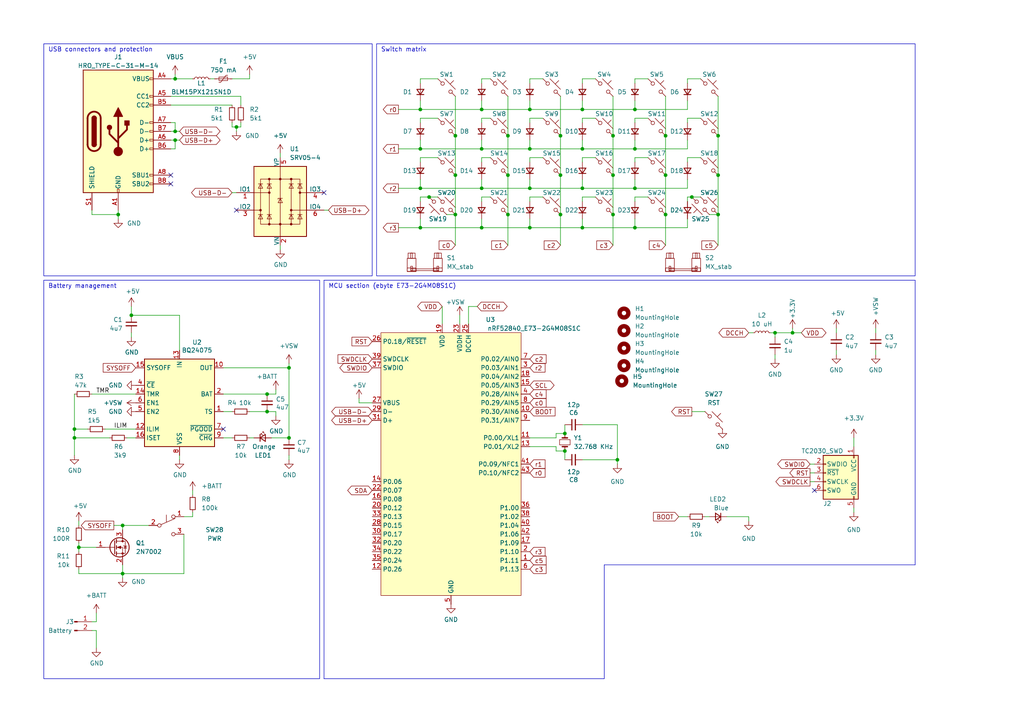
<source format=kicad_sch>
(kicad_sch (version 20231120) (generator "eeschema") (generator_version "8.0")
  (paper "A4")
  (junction (at 224.79 96.52))
  (junction (at 200.66 57.15))
  (junction (at 35.56 166.37))
  (junction (at 184.15 54.61))
  (junction (at 153.67 31.75))
  (junction (at 193.04 50.8))
  (junction (at 153.67 66.04))
  (junction (at 139.7 66.04))
  (junction (at 35.56 152.4))
  (junction (at 184.15 66.04))
  (junction (at 177.8 62.23))
  (junction (at 147.32 39.37))
  (junction (at 163.83 130.81))
  (junction (at 153.67 54.61))
  (junction (at 168.91 43.18))
  (junction (at 184.15 43.18))
  (junction (at 162.56 62.23))
  (junction (at 22.86 158.75))
  (junction (at 50.8 22.86))
  (junction (at 162.56 39.37))
  (junction (at 193.04 62.23))
  (junction (at 208.28 39.37))
  (junction (at 121.92 54.61))
  (junction (at 83.82 106.68))
  (junction (at 193.04 39.37))
  (junction (at 121.92 31.75))
  (junction (at 121.92 43.18))
  (junction (at 163.83 125.73))
  (junction (at 184.15 31.75))
  (junction (at 153.67 43.18))
  (junction (at 77.47 114.3))
  (junction (at 168.91 31.75))
  (junction (at 77.47 119.38))
  (junction (at 168.91 66.04))
  (junction (at 179.07 133.35))
  (junction (at 38.1 91.44))
  (junction (at 132.08 50.8))
  (junction (at 229.87 96.52))
  (junction (at 168.91 54.61))
  (junction (at 21.59 127))
  (junction (at 208.28 62.23))
  (junction (at 147.32 62.23))
  (junction (at 147.32 50.8))
  (junction (at 124.46 57.15))
  (junction (at 208.28 50.8))
  (junction (at 177.8 39.37))
  (junction (at 139.7 43.18))
  (junction (at 132.08 39.37))
  (junction (at 139.7 54.61))
  (junction (at 162.56 50.8))
  (junction (at 50.8 38.1))
  (junction (at 68.58 36.83))
  (junction (at 139.7 31.75))
  (junction (at 50.8 40.64))
  (junction (at 34.29 62.23))
  (junction (at 132.08 62.23))
  (junction (at 121.92 66.04))
  (junction (at 83.82 127))
  (junction (at 21.59 124.46))
  (junction (at 177.8 50.8))
  (no_connect (at 49.53 53.34))
  (no_connect (at 49.53 50.8))
  (no_connect (at 64.77 124.46))
  (no_connect (at 236.22 142.24))
  (no_connect (at 68.58 60.96))
  (no_connect (at 93.98 55.88))
  (wire (pts (xy 205.74 62.23) (xy 208.28 62.23)))
  (wire (pts (xy 242.57 102.87) (xy 242.57 101.6)))
  (wire (pts (xy 21.59 124.46) (xy 21.59 127)))
  (wire (pts (xy 72.39 22.86) (xy 67.31 22.86)))
  (wire (pts (xy 139.7 35.56) (xy 139.7 34.29)))
  (wire (pts (xy 153.67 35.56) (xy 153.67 34.29)))
  (wire (pts (xy 184.15 54.61) (xy 184.15 52.07)))
  (wire (pts (xy 22.86 160.02) (xy 22.86 158.75)))
  (wire (pts (xy 168.91 31.75) (xy 168.91 29.21)))
  (wire (pts (xy 184.15 57.15) (xy 187.96 57.15)))
  (wire (pts (xy 50.8 38.1) (xy 50.8 35.56)))
  (wire (pts (xy 50.8 43.18) (xy 49.53 43.18)))
  (wire (pts (xy 35.56 163.83) (xy 35.56 166.37)))
  (polyline (pts (xy 93.98 81.28) (xy 265.43 81.28)))
  (wire (pts (xy 139.7 58.42) (xy 139.7 57.15)))
  (wire (pts (xy 153.67 22.86) (xy 157.48 22.86)))
  (wire (pts (xy 147.32 27.94) (xy 147.32 39.37)))
  (wire (pts (xy 168.91 43.18) (xy 168.91 40.64)))
  (wire (pts (xy 21.59 114.3) (xy 21.59 124.46)))
  (wire (pts (xy 184.15 58.42) (xy 184.15 57.15)))
  (wire (pts (xy 184.15 66.04) (xy 184.15 63.5)))
  (wire (pts (xy 139.7 57.15) (xy 142.24 57.15)))
  (wire (pts (xy 153.67 129.54) (xy 161.29 129.54)))
  (wire (pts (xy 64.77 106.68) (xy 83.82 106.68)))
  (wire (pts (xy 35.56 152.4) (xy 35.56 153.67)))
  (wire (pts (xy 36.83 127) (xy 39.37 127)))
  (wire (pts (xy 52.07 101.6) (xy 52.07 91.44)))
  (wire (pts (xy 184.15 45.72) (xy 187.96 45.72)))
  (wire (pts (xy 50.8 38.1) (xy 52.07 38.1)))
  (wire (pts (xy 153.67 66.04) (xy 168.91 66.04)))
  (wire (pts (xy 193.04 50.8) (xy 193.04 62.23)))
  (wire (pts (xy 168.91 24.13) (xy 168.91 22.86)))
  (wire (pts (xy 153.67 24.13) (xy 153.67 22.86)))
  (wire (pts (xy 153.67 45.72) (xy 157.48 45.72)))
  (wire (pts (xy 50.8 22.86) (xy 49.53 22.86)))
  (wire (pts (xy 104.14 116.84) (xy 107.95 116.84)))
  (wire (pts (xy 64.77 119.38) (xy 67.31 119.38)))
  (wire (pts (xy 22.86 158.75) (xy 27.94 158.75)))
  (wire (pts (xy 83.82 133.35) (xy 83.82 132.08)))
  (wire (pts (xy 121.92 54.61) (xy 139.7 54.61)))
  (wire (pts (xy 161.29 127) (xy 161.29 125.73)))
  (wire (pts (xy 168.91 31.75) (xy 184.15 31.75)))
  (wire (pts (xy 72.39 119.38) (xy 77.47 119.38)))
  (wire (pts (xy 139.7 54.61) (xy 139.7 52.07)))
  (wire (pts (xy 55.88 149.86) (xy 53.34 149.86)))
  (wire (pts (xy 67.31 55.88) (xy 68.58 55.88)))
  (wire (pts (xy 199.39 54.61) (xy 199.39 52.07)))
  (wire (pts (xy 168.91 43.18) (xy 184.15 43.18)))
  (wire (pts (xy 139.7 24.13) (xy 139.7 22.86)))
  (wire (pts (xy 193.04 27.94) (xy 193.04 39.37)))
  (wire (pts (xy 199.39 31.75) (xy 199.39 29.21)))
  (wire (pts (xy 153.67 57.15) (xy 157.48 57.15)))
  (wire (pts (xy 83.82 105.41) (xy 83.82 106.68)))
  (wire (pts (xy 121.92 43.18) (xy 139.7 43.18)))
  (wire (pts (xy 121.92 22.86) (xy 127 22.86)))
  (wire (pts (xy 115.57 54.61) (xy 121.92 54.61)))
  (wire (pts (xy 115.57 31.75) (xy 121.92 31.75)))
  (wire (pts (xy 69.85 30.48) (xy 69.85 27.94)))
  (wire (pts (xy 139.7 43.18) (xy 153.67 43.18)))
  (wire (pts (xy 33.02 152.4) (xy 35.56 152.4)))
  (wire (pts (xy 208.28 50.8) (xy 208.28 62.23)))
  (wire (pts (xy 38.1 96.52) (xy 38.1 97.79)))
  (wire (pts (xy 229.87 96.52) (xy 232.41 96.52)))
  (wire (pts (xy 163.83 123.19) (xy 163.83 125.73)))
  (wire (pts (xy 121.92 45.72) (xy 127 45.72)))
  (wire (pts (xy 177.8 27.94) (xy 177.8 39.37)))
  (wire (pts (xy 163.83 130.81) (xy 163.83 133.35)))
  (wire (pts (xy 68.58 36.83) (xy 69.85 36.83)))
  (wire (pts (xy 22.86 166.37) (xy 35.56 166.37)))
  (wire (pts (xy 135.89 88.9) (xy 135.89 93.98)))
  (wire (pts (xy 26.67 60.96) (xy 26.67 62.23)))
  (wire (pts (xy 21.59 124.46) (xy 25.4 124.46)))
  (wire (pts (xy 177.8 62.23) (xy 177.8 71.12)))
  (wire (pts (xy 208.28 62.23) (xy 208.28 71.12)))
  (wire (pts (xy 179.07 134.62) (xy 179.07 133.35)))
  (wire (pts (xy 224.79 96.52) (xy 229.87 96.52)))
  (wire (pts (xy 69.85 27.94) (xy 49.53 27.94)))
  (wire (pts (xy 161.29 129.54) (xy 161.29 130.81)))
  (wire (pts (xy 139.7 66.04) (xy 153.67 66.04)))
  (wire (pts (xy 38.1 91.44) (xy 52.07 91.44)))
  (wire (pts (xy 67.31 36.83) (xy 67.31 35.56)))
  (wire (pts (xy 50.8 40.64) (xy 50.8 43.18)))
  (wire (pts (xy 50.8 22.86) (xy 55.88 22.86)))
  (wire (pts (xy 132.08 62.23) (xy 132.08 71.12)))
  (wire (pts (xy 121.92 43.18) (xy 121.92 40.64)))
  (wire (pts (xy 27.94 180.34) (xy 27.94 177.8)))
  (wire (pts (xy 22.86 151.13) (xy 22.86 152.4)))
  (wire (pts (xy 168.91 57.15) (xy 172.72 57.15)))
  (wire (pts (xy 22.86 157.48) (xy 22.86 158.75)))
  (wire (pts (xy 60.96 22.86) (xy 62.23 22.86)))
  (wire (pts (xy 208.28 27.94) (xy 208.28 39.37)))
  (wire (pts (xy 95.25 60.96) (xy 93.98 60.96)))
  (wire (pts (xy 80.01 113.03) (xy 80.01 114.3)))
  (wire (pts (xy 204.47 149.86) (xy 205.74 149.86)))
  (wire (pts (xy 34.29 60.96) (xy 34.29 62.23)))
  (wire (pts (xy 50.8 21.59) (xy 50.8 22.86)))
  (wire (pts (xy 80.01 114.3) (xy 77.47 114.3)))
  (wire (pts (xy 80.01 119.38) (xy 80.01 120.65)))
  (wire (pts (xy 147.32 50.8) (xy 147.32 62.23)))
  (wire (pts (xy 224.79 97.79) (xy 224.79 96.52)))
  (wire (pts (xy 121.92 57.15) (xy 124.46 57.15)))
  (wire (pts (xy 121.92 31.75) (xy 139.7 31.75)))
  (wire (pts (xy 217.17 96.52) (xy 218.44 96.52)))
  (wire (pts (xy 147.32 62.23) (xy 147.32 71.12)))
  (wire (pts (xy 68.58 38.1) (xy 68.58 36.83)))
  (wire (pts (xy 139.7 46.99) (xy 139.7 45.72)))
  (wire (pts (xy 72.39 21.59) (xy 72.39 22.86)))
  (wire (pts (xy 78.74 127) (xy 83.82 127)))
  (wire (pts (xy 81.28 44.45) (xy 81.28 45.72)))
  (wire (pts (xy 184.15 54.61) (xy 199.39 54.61)))
  (wire (pts (xy 193.04 62.23) (xy 193.04 71.12)))
  (wire (pts (xy 38.1 88.9) (xy 38.1 91.44)))
  (wire (pts (xy 199.39 46.99) (xy 199.39 45.72)))
  (wire (pts (xy 72.39 127) (xy 73.66 127)))
  (wire (pts (xy 208.28 39.37) (xy 208.28 50.8)))
  (wire (pts (xy 53.34 154.94) (xy 53.34 166.37)))
  (wire (pts (xy 53.34 166.37) (xy 35.56 166.37)))
  (wire (pts (xy 153.67 31.75) (xy 168.91 31.75)))
  (wire (pts (xy 168.91 66.04) (xy 168.91 63.5)))
  (wire (pts (xy 168.91 45.72) (xy 172.72 45.72)))
  (wire (pts (xy 234.95 139.7) (xy 236.22 139.7)))
  (wire (pts (xy 80.01 119.38) (xy 77.47 119.38)))
  (wire (pts (xy 234.95 137.16) (xy 236.22 137.16)))
  (wire (pts (xy 26.67 182.88) (xy 27.94 182.88)))
  (polyline (pts (xy 265.43 163.83) (xy 175.26 163.83)))
  (wire (pts (xy 139.7 31.75) (xy 153.67 31.75)))
  (wire (pts (xy 153.67 54.61) (xy 153.67 52.07)))
  (wire (pts (xy 199.39 57.15) (xy 200.66 57.15)))
  (wire (pts (xy 64.77 114.3) (xy 77.47 114.3)))
  (wire (pts (xy 49.53 35.56) (xy 50.8 35.56)))
  (wire (pts (xy 52.07 133.35) (xy 52.07 132.08)))
  (wire (pts (xy 55.88 148.59) (xy 55.88 149.86)))
  (wire (pts (xy 139.7 66.04) (xy 139.7 63.5)))
  (wire (pts (xy 153.67 43.18) (xy 168.91 43.18)))
  (wire (pts (xy 199.39 35.56) (xy 199.39 34.29)))
  (wire (pts (xy 64.77 127) (xy 67.31 127)))
  (wire (pts (xy 27.94 182.88) (xy 27.94 187.96)))
  (wire (pts (xy 121.92 46.99) (xy 121.92 45.72)))
  (wire (pts (xy 121.92 31.75) (xy 121.92 29.21)))
  (wire (pts (xy 153.67 43.18) (xy 153.67 40.64)))
  (wire (pts (xy 168.91 34.29) (xy 172.72 34.29)))
  (wire (pts (xy 184.15 31.75) (xy 199.39 31.75)))
  (wire (pts (xy 153.67 34.29) (xy 157.48 34.29)))
  (wire (pts (xy 184.15 46.99) (xy 184.15 45.72)))
  (wire (pts (xy 139.7 34.29) (xy 142.24 34.29)))
  (wire (pts (xy 121.92 58.42) (xy 121.92 57.15)))
  (wire (pts (xy 199.39 43.18) (xy 199.39 40.64)))
  (wire (pts (xy 199.39 34.29) (xy 203.2 34.29)))
  (wire (pts (xy 200.66 57.15) (xy 203.2 57.15)))
  (wire (pts (xy 67.31 36.83) (xy 68.58 36.83)))
  (wire (pts (xy 132.08 27.94) (xy 132.08 39.37)))
  (wire (pts (xy 184.15 24.13) (xy 184.15 22.86)))
  (wire (pts (xy 196.85 149.86) (xy 199.39 149.86)))
  (wire (pts (xy 124.46 57.15) (xy 127 57.15)))
  (wire (pts (xy 193.04 39.37) (xy 193.04 50.8)))
  (wire (pts (xy 22.86 166.37) (xy 22.86 165.1)))
  (wire (pts (xy 234.95 134.62) (xy 236.22 134.62)))
  (wire (pts (xy 115.57 43.18) (xy 121.92 43.18)))
  (wire (pts (xy 26.67 114.3) (xy 39.37 114.3)))
  (wire (pts (xy 217.17 151.13) (xy 217.17 149.86)))
  (wire (pts (xy 161.29 125.73) (xy 163.83 125.73)))
  (wire (pts (xy 177.8 39.37) (xy 177.8 50.8)))
  (wire (pts (xy 162.56 27.94) (xy 162.56 39.37)))
  (wire (pts (xy 247.65 148.59) (xy 247.65 147.32)))
  (wire (pts (xy 121.92 66.04) (xy 121.92 63.5)))
  (wire (pts (xy 49.53 38.1) (xy 50.8 38.1)))
  (wire (pts (xy 139.7 54.61) (xy 153.67 54.61)))
  (wire (pts (xy 229.87 95.25) (xy 229.87 96.52)))
  (wire (pts (xy 168.91 133.35) (xy 179.07 133.35)))
  (wire (pts (xy 162.56 50.8) (xy 162.56 62.23)))
  (wire (pts (xy 247.65 127) (xy 247.65 129.54)))
  (polyline (pts (xy 175.26 196.85) (xy 93.98 196.85)))
  (wire (pts (xy 184.15 34.29) (xy 187.96 34.29)))
  (wire (pts (xy 168.91 54.61) (xy 168.91 52.07)))
  (wire (pts (xy 121.92 35.56) (xy 121.92 34.29)))
  (wire (pts (xy 139.7 31.75) (xy 139.7 29.21)))
  (wire (pts (xy 55.88 143.51) (xy 55.88 142.24)))
  (wire (pts (xy 168.91 66.04) (xy 184.15 66.04)))
  (wire (pts (xy 168.91 123.19) (xy 179.07 123.19)))
  (wire (pts (xy 121.92 24.13) (xy 121.92 22.86)))
  (wire (pts (xy 138.43 88.9) (xy 135.89 88.9)))
  (wire (pts (xy 199.39 45.72) (xy 203.2 45.72)))
  (wire (pts (xy 34.29 63.5) (xy 34.29 62.23)))
  (wire (pts (xy 139.7 22.86) (xy 142.24 22.86)))
  (wire (pts (xy 184.15 22.86) (xy 187.96 22.86)))
  (wire (pts (xy 49.53 30.48) (xy 67.31 30.48)))
  (wire (pts (xy 254 95.25) (xy 254 96.52)))
  (wire (pts (xy 31.75 127) (xy 21.59 127)))
  (wire (pts (xy 184.15 43.18) (xy 184.15 40.64)))
  (wire (pts (xy 153.67 46.99) (xy 153.67 45.72)))
  (wire (pts (xy 35.56 167.64) (xy 35.56 166.37)))
  (wire (pts (xy 27.94 180.34) (xy 26.67 180.34)))
  (polyline (pts (xy 93.98 196.85) (xy 93.98 81.28)))
  (wire (pts (xy 153.67 54.61) (xy 168.91 54.61)))
  (wire (pts (xy 254 102.87) (xy 254 101.6)))
  (polyline (pts (xy 175.26 163.83) (xy 175.26 196.85)))
  (wire (pts (xy 223.52 96.52) (xy 224.79 96.52)))
  (wire (pts (xy 133.35 91.44) (xy 133.35 93.98)))
  (wire (pts (xy 104.14 116.84) (xy 104.14 115.57)))
  (wire (pts (xy 50.8 40.64) (xy 49.53 40.64)))
  (wire (pts (xy 177.8 50.8) (xy 177.8 62.23)))
  (wire (pts (xy 184.15 43.18) (xy 199.39 43.18)))
  (wire (pts (xy 153.67 31.75) (xy 153.67 29.21)))
  (wire (pts (xy 121.92 54.61) (xy 121.92 52.07)))
  (wire (pts (xy 200.66 119.38) (xy 204.47 119.38)))
  (wire (pts (xy 199.39 22.86) (xy 203.2 22.86)))
  (wire (pts (xy 115.57 66.04) (xy 121.92 66.04)))
  (wire (pts (xy 199.39 58.42) (xy 199.39 57.15)))
  (wire (pts (xy 210.82 149.86) (xy 217.17 149.86)))
  (wire (pts (xy 139.7 43.18) (xy 139.7 40.64)))
  (wire (pts (xy 224.79 104.14) (xy 224.79 102.87)))
  (wire (pts (xy 168.91 22.86) (xy 172.72 22.86)))
  (wire (pts (xy 50.8 40.64) (xy 52.07 40.64)))
  (wire (pts (xy 30.48 124.46) (xy 39.37 124.46)))
  (wire (pts (xy 153.67 127) (xy 161.29 127)))
  (wire (pts (xy 139.7 45.72) (xy 142.24 45.72)))
  (wire (pts (xy 162.56 39.37) (xy 162.56 50.8)))
  (wire (pts (xy 153.67 66.04) (xy 153.67 63.5)))
  (polyline (pts (xy 265.43 81.28) (xy 265.43 163.83)))
  (wire (pts (xy 184.15 66.04) (xy 199.39 66.04)))
  (wire (pts (xy 168.91 35.56) (xy 168.91 34.29)))
  (wire (pts (xy 129.54 62.23) (xy 132.08 62.23)))
  (wire (pts (xy 35.56 152.4) (xy 43.18 152.4)))
  (wire (pts (xy 184.15 35.56) (xy 184.15 34.29)))
  (wire (pts (xy 21.59 127) (xy 21.59 132.08)))
  (wire (pts (xy 128.27 88.9) (xy 128.27 93.98)))
  (wire (pts (xy 81.28 72.39) (xy 81.28 71.12)))
  (wire (pts (xy 69.85 36.83) (xy 69.85 35.56)))
  (wire (pts (xy 132.08 50.8) (xy 132.08 62.23)))
  (wire (pts (xy 168.91 58.42) (xy 168.91 57.15)))
  (wire (pts (xy 242.57 95.25) (xy 242.57 96.52)))
  (wire (pts (xy 168.91 54.61) (xy 184.15 54.61)))
  (wire (pts (xy 199.39 24.13) (xy 199.39 22.86)))
  (wire (pts (xy 162.56 62.23) (xy 162.56 71.12)))
  (wire (pts (xy 199.39 66.04) (xy 199.39 63.5)))
  (wire (pts (xy 161.29 130.81) (xy 163.83 130.81)))
  (wire (pts (xy 121.92 66.04) (xy 139.7 66.04)))
  (wire (pts (xy 168.91 46.99) (xy 168.91 45.72)))
  (wire (pts (xy 132.08 39.37) (xy 132.08 50.8)))
  (wire (pts (xy 83.82 127) (xy 83.82 106.68)))
  (wire (pts (xy 179.07 123.19) (xy 179.07 133.35)))
  (wire (pts (xy 184.15 31.75) (xy 184.15 29.21)))
  (wire (pts (xy 26.67 62.23) (xy 34.29 62.23)))
  (wire (pts (xy 121.92 34.29) (xy 127 34.29)))
  (wire (pts (xy 147.32 39.37) (xy 147.32 50.8)))
  (wire (pts (xy 153.67 58.42) (xy 153.67 57.15)))
  (rectangle (start 12.7 81.28) (end 92.71 196.85))
  (rectangle (start 12.7 12.7) (end 107.95 80.01))
  (rectangle (start 109.22 12.7) (end 265.43 80.01))
  (text "Switch matrix" (at 110.49 15.24 0) (effects (font (size 1.27 1.27)) (justify left bottom)))
  (text "USB connectors and protection\n" (at 13.97 15.24 0) (effects (font (size 1.27 1.27)) (justify left bottom)))
  (text "Battery management" (at 13.97 83.82 0) (effects (font (size 1.27 1.27)) (justify left bottom)))
  (text "MCU section (ebyte E73-2G4M08S1C)" (at 95.25 83.82 0) (effects (font (size 1.27 1.27)) (justify left bottom)))
  (label "TMR" (at 31.75 114.3 180))
  (label "ILIM" (at 33.02 124.46 0))
  (global_label "c1" (shape input) (at 147.32 71.12 180) (property "Intersheetrefs" "${INTERSHEET_REFS}" (effects (hide yes))))
  (global_label "c2" (shape input) (at 153.67 104.14 0) (property "Intersheetrefs" "${INTERSHEET_REFS}" (effects (hide yes))))
  (global_label "c5" (shape input) (at 153.67 162.56 0) (property "Intersheetrefs" "${INTERSHEET_REFS}" (effects (hide yes))))
  (global_label "r1" (shape input) (at 153.67 134.62 0) (property "Intersheetrefs" "${INTERSHEET_REFS}" (effects (hide yes))))
  (global_label "r0" (shape output) (at 115.57 31.75 180) (property "Intersheetrefs" "${INTERSHEET_REFS}" (effects (hide yes))))
  (global_label "USB-D-" (shape bidirectional) (at 67.31 55.88 180) (property "Intersheetrefs" "${INTERSHEET_REFS}" (effects (hide yes))))
  (global_label "r3" (shape output) (at 115.57 66.04 180) (property "Intersheetrefs" "${INTERSHEET_REFS}" (effects (hide yes))))
  (global_label "c4" (shape input) (at 153.67 114.3 0) (property "Intersheetrefs" "${INTERSHEET_REFS}" (effects (hide yes))))
  (global_label "SYSOFF" (shape output) (at 33.02 152.4 180) (property "Intersheetrefs" "${INTERSHEET_REFS}" (effects (hide yes))))
  (global_label "DCCH" (shape bidirectional) (at 217.17 96.52 180) (property "Intersheetrefs" "${INTERSHEET_REFS}" (effects (hide yes))))
  (global_label "SWDIO" (shape bidirectional) (at 234.95 134.62 180) (property "Intersheetrefs" "${INTERSHEET_REFS}" (effects (hide yes))))
  (global_label "USB-D-" (shape bidirectional) (at 107.95 119.38 180) (property "Intersheetrefs" "${INTERSHEET_REFS}" (effects (hide yes))))
  (global_label "c0" (shape input) (at 132.08 71.12 180) (property "Intersheetrefs" "${INTERSHEET_REFS}" (effects (hide yes))))
  (global_label "c0" (shape input) (at 153.67 116.84 0) (property "Intersheetrefs" "${INTERSHEET_REFS}" (effects (hide yes))))
  (global_label "SWDCLK" (shape output) (at 234.95 139.7 180) (property "Intersheetrefs" "${INTERSHEET_REFS}" (effects (hide yes))))
  (global_label "USB-D+" (shape bidirectional) (at 52.07 40.64 0) (property "Intersheetrefs" "${INTERSHEET_REFS}" (effects (hide yes))))
  (global_label "c5" (shape input) (at 208.28 71.12 180) (property "Intersheetrefs" "${INTERSHEET_REFS}" (effects (hide yes))))
  (global_label "VDD" (shape bidirectional) (at 232.41 96.52 0) (property "Intersheetrefs" "${INTERSHEET_REFS}" (effects (hide yes))))
  (global_label "USB-D-" (shape bidirectional) (at 52.07 38.1 0) (property "Intersheetrefs" "${INTERSHEET_REFS}" (effects (hide yes))))
  (global_label "c4" (shape input) (at 193.04 71.12 180) (property "Intersheetrefs" "${INTERSHEET_REFS}" (effects (hide yes))))
  (global_label "c2" (shape input) (at 162.56 71.12 180) (property "Intersheetrefs" "${INTERSHEET_REFS}" (effects (hide yes))))
  (global_label "VDD" (shape bidirectional) (at 128.27 88.9 180) (property "Intersheetrefs" "${INTERSHEET_REFS}" (effects (hide yes))))
  (global_label "RST" (shape output) (at 234.95 137.16 180) (property "Intersheetrefs" "${INTERSHEET_REFS}" (effects (hide yes))))
  (global_label "r0" (shape input) (at 153.67 137.16 0) (property "Intersheetrefs" "${INTERSHEET_REFS}" (effects (hide yes))))
  (global_label "c3" (shape input) (at 177.8 71.12 180) (property "Intersheetrefs" "${INTERSHEET_REFS}" (effects (hide yes))))
  (global_label "SCL" (shape bidirectional) (at 153.67 111.76 0) (property "Intersheetrefs" "${INTERSHEET_REFS}" (effects (hide yes))))
  (global_label "c3" (shape input) (at 153.67 165.1 0) (property "Intersheetrefs" "${INTERSHEET_REFS}" (effects (hide yes))))
  (global_label "BOOT" (shape input) (at 153.67 119.38 0) (property "Intersheetrefs" "${INTERSHEET_REFS}" (effects (hide yes))))
  (global_label "SWDCLK" (shape input) (at 107.95 104.14 180) (property "Intersheetrefs" "${INTERSHEET_REFS}" (effects (hide yes))))
  (global_label "RST" (shape output) (at 200.66 119.38 180) (property "Intersheetrefs" "${INTERSHEET_REFS}" (effects (hide yes))))
  (global_label "RST" (shape input) (at 107.95 99.06 180) (property "Intersheetrefs" "${INTERSHEET_REFS}" (effects (hide yes))))
  (global_label "SDA" (shape bidirectional) (at 107.95 142.24 180) (property "Intersheetrefs" "${INTERSHEET_REFS}" (effects (hide yes))))
  (global_label "USB-D+" (shape bidirectional) (at 95.25 60.96 0) (property "Intersheetrefs" "${INTERSHEET_REFS}" (effects (hide yes))))
  (global_label "SWDIO" (shape bidirectional) (at 107.95 106.68 180) (property "Intersheetrefs" "${INTERSHEET_REFS}" (effects (hide yes))))
  (global_label "r3" (shape input) (at 153.67 160.02 0) (property "Intersheetrefs" "${INTERSHEET_REFS}" (effects (hide yes))))
  (global_label "BOOT" (shape input) (at 196.85 149.86 180) (property "Intersheetrefs" "${INTERSHEET_REFS}" (effects (hide yes))))
  (global_label "USB-D+" (shape bidirectional) (at 107.95 121.92 180) (property "Intersheetrefs" "${INTERSHEET_REFS}" (effects (hide yes))))
  (global_label "r2" (shape input) (at 153.67 106.68 0) (property "Intersheetrefs" "${INTERSHEET_REFS}" (effects (hide yes))))
  (global_label "SYSOFF" (shape input) (at 39.37 106.68 180) (property "Intersheetrefs" "${INTERSHEET_REFS}" (effects (hide yes))))
  (global_label "DCCH" (shape bidirectional) (at 138.43 88.9 0) (property "Intersheetrefs" "${INTERSHEET_REFS}" (effects (hide yes))))
  (global_label "r2" (shape output) (at 115.57 54.61 180) (property "Intersheetrefs" "${INTERSHEET_REFS}" (effects (hide yes))))
  (global_label "r1" (shape output) (at 115.57 43.18 180) (property "Intersheetrefs" "${INTERSHEET_REFS}" (effects (hide yes))))
  (symbol (lib_id "power:+3.3V") (at 247.65 127 0) (unit 1)
    (property "Reference" "#PWR024" (effects (hide yes)))
    (property "Value" "+3.3V" (at 247.65 121.285 0))
  )
  (symbol (lib_id "Device:D_Small") (at 199.39 60.96 90) (unit 1)
    (property "Reference" "D24" (at 194.31 60.96 90) (effects (justify right)))
    (property "Value" "D_Small" (effects (hide yes)))
    (property "Footprint" "Diode_SMD:D_SOD-323" (effects (hide yes)))
    (property "Description" "Diode, small symbol" (effects (hide yes)))
    (property "Sim.Device" "D" (effects (hide yes)))
    (property "Sim.Pins" "1=K 2=A" (effects (hide yes)))
  )
  (symbol (lib_name "GND_26") (lib_id "power:GND") (at 39.37 111.76 270) (unit 1)
    (property "Reference" "#PWR017" (effects (hide yes)))
    (property "Value" "GND" (at 35.56 111.7599 90) (effects (justify right)))
  )
  (symbol (lib_id "Device:D_Small") (at 139.7 60.96 90) (unit 1)
    (property "Reference" "D20" (at 133.35 60.96 90) (effects (justify right)))
    (property "Value" "D_Small" (effects (hide yes)))
    (property "Footprint" "Diode_SMD:D_SOD-323" (effects (hide yes)))
    (property "Description" "Diode, small symbol" (effects (hide yes)))
    (property "Sim.Device" "D" (effects (hide yes)))
    (property "Sim.Pins" "1=K 2=A" (effects (hide yes)))
  )
  (symbol (lib_id "Device:D_Small") (at 121.92 38.1 90) (unit 1)
    (property "Reference" "D7" (at 116.84 38.1 90) (effects (justify right)))
    (property "Value" "D_Small" (effects (hide yes)))
    (property "Footprint" "Diode_SMD:D_SOD-323" (effects (hide yes)))
    (property "Description" "Diode, small symbol" (effects (hide yes)))
    (property "Sim.Device" "D" (effects (hide yes)))
    (property "Sim.Pins" "1=K 2=A" (effects (hide yes)))
  )
  (symbol (lib_id "PCM_marbastlib-various:nRF52840_E73-2G4M08S1C") (at 130.81 134.62 0) (unit 1)
    (property "Reference" "U3" (at 142.24 92.71 0))
    (property "Value" "nRF52840_E73-2G4M08S1C" (at 154.94 95.25 0))
    (property "Footprint" "PCM_marbastlib-various:nRF52840_E73-2G4M08S1C" (effects (hide yes)))
    (property "Datasheet" "https://www.ebyte.com/en/downpdf.aspx?id=445" (effects (hide yes)))
    (property "LCSC" "C356849" (effects (hide yes)))
  )
  (symbol (lib_id "Device:D_Small") (at 153.67 49.53 90) (unit 1)
    (property "Reference" "D15" (at 148.59 49.53 90) (effects (justify right)))
    (property "Value" "D_Small" (effects (hide yes)))
    (property "Footprint" "Diode_SMD:D_SOD-323" (effects (hide yes)))
    (property "Description" "Diode, small symbol" (effects (hide yes)))
    (property "Sim.Device" "D" (effects (hide yes)))
    (property "Sim.Pins" "1=K 2=A" (effects (hide yes)))
  )
  (symbol (lib_id "Switch:SW_Push_45deg") (at 160.02 36.83 0) (unit 1)
    (property "Reference" "SW9" (at 160.02 33.02 0))
    (property "Value" "SW_Push_45deg" (effects (hide yes)))
    (property "Footprint" "PCM_marbastlib-mx:SW_MX_1u" (effects (hide yes)))
    (property "Description" "Push button switch, normally open, two pins, 45° tilted" (effects (hide yes)))
  )
  (symbol (lib_id "power:+5V") (at 72.39 21.59 0) (unit 1)
    (property "Reference" "#PWR02" (effects (hide yes)))
    (property "Value" "+5V" (at 72.39 16.51 0))
  )
  (symbol (lib_id "Switch:SW_Push_45deg") (at 175.26 25.4 0) (unit 1)
    (property "Reference" "SW4" (at 175.26 21.59 0))
    (property "Value" "SW_Push_45deg" (effects (hide yes)))
    (property "Footprint" "PCM_marbastlib-mx:SW_MX_1u" (effects (hide yes)))
    (property "Description" "Push button switch, normally open, two pins, 45° tilted" (effects (hide yes)))
  )
  (symbol (lib_id "Device:R_Small") (at 27.94 124.46 270) (unit 1)
    (property "Reference" "R5" (at 25.4 119.38 90) (effects (justify left)))
    (property "Value" "1k5" (at 25.4 121.92 90) (effects (justify left)))
    (property "Footprint" "Resistor_SMD:R_0402_1005Metric" (effects (hide yes)))
  )
  (symbol (lib_name "GND_27") (lib_id "power:GND") (at 83.82 133.35 0) (unit 1)
    (property "Reference" "#PWR027" (effects (hide yes)))
    (property "Value" "GND" (at 83.947 137.7442 0))
  )
  (symbol (lib_id "power:+5V") (at 104.14 115.57 0) (unit 1)
    (property "Reference" "#PWR019" (effects (hide yes)))
    (property "Value" "+5V" (at 104.14 111.76 0))
  )
  (symbol (lib_id "power:+5V") (at 38.1 88.9 0) (unit 1)
    (property "Reference" "#PWR07" (effects (hide yes)))
    (property "Value" "+5V" (at 38.481 84.5058 0))
  )
  (symbol (lib_id "Device:D_Small") (at 184.15 38.1 90) (unit 1)
    (property "Reference" "D11" (at 179.07 38.1 90) (effects (justify right)))
    (property "Value" "D_Small" (effects (hide yes)))
    (property "Footprint" "Diode_SMD:D_SOD-323" (effects (hide yes)))
    (property "Description" "Diode, small symbol" (effects (hide yes)))
    (property "Sim.Device" "D" (effects (hide yes)))
    (property "Sim.Pins" "1=K 2=A" (effects (hide yes)))
  )
  (symbol (lib_id "power:+BATT") (at 55.88 142.24 0) (unit 1)
    (property "Reference" "#PWR029" (effects (hide yes)))
    (property "Value" "+BATT" (at 58.42 140.9699 0) (effects (justify left)))
  )
  (symbol (lib_id "Connector:USB_C_Receptacle_USB2.0") (at 34.29 38.1 0) (unit 1)
    (property "Reference" "J1" (at 34.29 16.51 0))
    (property "Value" "HRO_TYPE-C-31-M-14" (at 34.29 19.05 0))
    (property "Footprint" "Connector_USB:USB_C_Receptacle_HRO_TYPE-C-31-M-12" (effects (hide yes)))
    (property "Datasheet" "https://www.usb.org/sites/default/files/documents/usb_type-c.zip" (effects (hide yes)))
  )
  (symbol (lib_id "Device:D_Small") (at 199.39 38.1 90) (unit 1)
    (property "Reference" "D12" (at 194.31 38.1 90) (effects (justify right)))
    (property "Value" "D_Small" (effects (hide yes)))
    (property "Footprint" "Diode_SMD:D_SOD-323" (effects (hide yes)))
    (property "Description" "Diode, small symbol" (effects (hide yes)))
    (property "Sim.Device" "D" (effects (hide yes)))
    (property "Sim.Pins" "1=K 2=A" (effects (hide yes)))
  )
  (symbol (lib_id "Device:R_Small") (at 24.13 114.3 270) (unit 1)
    (property "Reference" "R3" (at 21.59 109.22 90) (effects (justify left)))
    (property "Value" "47k" (at 21.59 111.76 90) (effects (justify left)))
    (property "Footprint" "Resistor_SMD:R_0402_1005Metric" (effects (hide yes)))
  )
  (symbol (lib_id "Battery_Management:BQ24075RGT") (at 52.07 116.84 0) (unit 1)
    (property "Reference" "U2" (at 57.15 99.2886 0))
    (property "Value" "BQ24075" (at 57.15 101.6 0))
    (property "Footprint" "Package_DFN_QFN:VQFN-16-1EP_3x3mm_P0.5mm_EP1.6x1.6mm" (effects (hide yes)))
    (property "Datasheet" "http://www.ti.com/lit/ds/symlink/bq24075.pdf" (effects (hide yes)))
  )
  (symbol (lib_id "Switch:SW_Push_45deg") (at 207.01 121.92 0) (unit 1)
    (property "Reference" "SW27" (at 207.01 114.3 0))
    (property "Value" "RST" (at 207.01 116.84 0))
    (property "Footprint" "PCM_marbastlib-various:SW_SPST_SKQG_WithStem" (effects (hide yes)))
  )
  (symbol (lib_id "Switch:SW_Push_45deg") (at 175.26 36.83 0) (unit 1)
    (property "Reference" "SW10" (at 175.26 33.02 0))
    (property "Value" "SW_Push_45deg" (effects (hide yes)))
    (property "Footprint" "PCM_marbastlib-mx:SW_MX_1u" (effects (hide yes)))
    (property "Description" "Push button switch, normally open, two pins, 45° tilted" (effects (hide yes)))
  )
  (symbol (lib_id "Device:C_Small") (at 83.82 129.54 0) (unit 1)
    (property "Reference" "C7" (at 86.1568 128.3716 0) (effects (justify left)))
    (property "Value" "4u7" (at 86.1568 130.683 0) (effects (justify left)))
    (property "Footprint" "Capacitor_SMD:C_0402_1005Metric" (effects (hide yes)))
    (property "Notes" "X7R, 10%" (effects (hide yes)))
  )
  (symbol (lib_id "Mechanical:MountingHole") (at 180.975 95.885 0) (unit 1) (exclude_from_sim yes) (in_bom no)
    (property "Reference" "H2" (at 184.15 94.6149 0) (effects (justify left)))
    (property "Value" "MountingHole" (at 184.15 97.1549 0) (effects (justify left)))
    (property "Footprint" "MountingHole:MountingHole_2.7mm_M2.5" (effects (hide yes)))
    (property "Description" "Mounting Hole without connection" (effects (hide yes)))
  )
  (symbol (lib_id "Switch:SW_Push_45deg") (at 144.78 59.69 0) (unit 1)
    (property "Reference" "SW21" (at 144.78 55.88 0))
    (property "Value" "SW_Push_45deg" (effects (hide yes)))
    (property "Footprint" "PCM_marbastlib-mx:SW_MX_1u" (effects (hide yes)))
    (property "Description" "Push button switch, normally open, two pins, 45° tilted" (effects (hide yes)))
  )
  (symbol (lib_name "GND_15") (lib_id "power:GND") (at 247.65 148.59 0) (mirror y) (unit 1)
    (property "Reference" "#PWR030" (effects (hide yes)))
    (property "Value" "GND" (at 247.65 153.67 0))
  )
  (symbol (lib_id "Device:R_Small") (at 69.85 127 90) (unit 1)
    (property "Reference" "R7" (at 69.85 129.54 90))
    (property "Value" "10k" (at 69.85 132.08 90))
    (property "Footprint" "Resistor_SMD:R_0402_1005Metric" (effects (hide yes)))
  )
  (symbol (lib_id "Device:D_Small") (at 153.67 38.1 90) (unit 1)
    (property "Reference" "D9" (at 148.59 38.1 90) (effects (justify right)))
    (property "Value" "D_Small" (effects (hide yes)))
    (property "Footprint" "Diode_SMD:D_SOD-323" (effects (hide yes)))
    (property "Description" "Diode, small symbol" (effects (hide yes)))
    (property "Sim.Device" "D" (effects (hide yes)))
    (property "Sim.Pins" "1=K 2=A" (effects (hide yes)))
  )
  (symbol (lib_id "PCM_marbastlib-mx:MX_stab") (at 123.19 76.2 0) (unit 1)
    (property "Reference" "S1" (at 129.54 74.8029 0) (effects (justify left)))
    (property "Value" "MX_stab" (at 129.54 77.3429 0) (effects (justify left)))
    (property "Footprint" "PCM_marbastlib-mx:STAB_MX_2u" (effects (hide yes)))
    (property "Description" "Cherry MX-style stabilizer" (effects (hide yes)))
  )
  (symbol (lib_id "Device:LED_Small") (at 208.28 149.86 180) (unit 1)
    (property "Reference" "LED2" (at 205.74 144.78 0) (effects (justify right)))
    (property "Value" "Blue" (at 207.01 147.32 0) (effects (justify right)))
    (property "Footprint" "LED_SMD:LED_0402_1005Metric" (effects (hide yes)))
  )
  (symbol (lib_id "Device:Polyfuse_Small") (at 64.77 22.86 270) (unit 1)
    (property "Reference" "F1" (at 64.77 17.78 90))
    (property "Value" "750 mA" (at 64.77 20.32 90))
    (property "Footprint" "Fuse:Fuse_0603_1608Metric" (effects (hide yes)))
    (property "Description" "Resettable fuse, polymeric positive temperature coefficient, small symbol" (effects (hide yes)))
  )
  (symbol (lib_id "Device:L_Small") (at 58.42 22.86 90) (unit 1)
    (property "Reference" "L1" (at 58.42 24.13 90))
    (property "Value" "BLM15PX121SN1D" (at 58.42 26.67 90))
    (property "Footprint" "Inductor_SMD:L_0402_1005Metric" (effects (hide yes)))
  )
  (symbol (lib_id "Switch:SW_Push_45deg") (at 205.74 59.69 0) (unit 1)
    (property "Reference" "SW26" (at 205.74 55.88 0))
    (property "Value" "SW_Push_45deg" (effects (hide yes)))
    (property "Footprint" "PCM_marbastlib-mx:SW_MX_1u" (effects (hide yes)))
    (property "Description" "Push button switch, normally open, two pins, 45° tilted" (effects (hide yes)))
  )
  (symbol (lib_id "Device:D_Small") (at 139.7 38.1 90) (unit 1)
    (property "Reference" "D8" (at 133.35 38.1 90) (effects (justify right)))
    (property "Value" "D_Small" (effects (hide yes)))
    (property "Footprint" "Diode_SMD:D_SOD-323" (effects (hide yes)))
    (property "Description" "Diode, small symbol" (effects (hide yes)))
    (property "Sim.Device" "D" (effects (hide yes)))
    (property "Sim.Pins" "1=K 2=A" (effects (hide yes)))
  )
  (symbol (lib_id "Device:C_Small") (at 38.1 93.98 0) (unit 1)
    (property "Reference" "C1" (at 35.56 92.7162 0) (effects (justify right)))
    (property "Value" "4u7" (at 35.56 95.2562 0) (effects (justify right)))
    (property "Footprint" "Capacitor_SMD:C_0402_1005Metric" (effects (hide yes)))
    (property "Notes" "X7R, 10%" (effects (hide yes)))
  )
  (symbol (lib_name "GND_1") (lib_id "power:GND") (at 81.28 72.39 0) (unit 1)
    (property "Reference" "#PWR06" (effects (hide yes)))
    (property "Value" "GND" (at 81.407 76.7842 0))
  )
  (symbol (lib_id "Device:R_Small") (at 22.86 162.56 0) (unit 1)
    (property "Reference" "R11" (at 20.32 161.2899 0) (effects (justify right)))
    (property "Value" "10k" (at 20.32 163.8299 0) (effects (justify right)))
    (property "Footprint" "Resistor_SMD:R_0402_1005Metric" (effects (hide yes)))
  )
  (symbol (lib_id "Device:D_Small") (at 139.7 49.53 90) (unit 1)
    (property "Reference" "D14" (at 133.35 49.53 90) (effects (justify right)))
    (property "Value" "D_Small" (effects (hide yes)))
    (property "Footprint" "Diode_SMD:D_SOD-323" (effects (hide yes)))
    (property "Description" "Diode, small symbol" (effects (hide yes)))
    (property "Sim.Device" "D" (effects (hide yes)))
    (property "Sim.Pins" "1=K 2=A" (effects (hide yes)))
  )
  (symbol (lib_id "Switch:SW_Push_SPDT") (at 48.26 152.4 0) (unit 1)
    (property "Reference" "SW28" (at 62.23 153.67 0))
    (property "Value" "PWR" (at 62.23 156.21 0))
    (property "Footprint" "PCM_marbastlib-various:SW_MSK12C02-HB" (effects (hide yes)))
  )
  (symbol (lib_id "Switch:SW_Push_45deg") (at 205.74 48.26 0) (unit 1)
    (property "Reference" "SW18" (at 205.74 44.45 0))
    (property "Value" "SW_Push_45deg" (effects (hide yes)))
    (property "Footprint" "PCM_marbastlib-mx:SW_MX_1u" (effects (hide yes)))
    (property "Description" "Push button switch, normally open, two pins, 45° tilted" (effects (hide yes)))
  )
  (symbol (lib_id "Mechanical:MountingHole") (at 180.34 110.49 0) (unit 1) (exclude_from_sim yes) (in_bom no)
    (property "Reference" "H5" (at 183.515 109.2199 0) (effects (justify left)))
    (property "Value" "MountingHole" (at 183.515 111.7599 0) (effects (justify left)))
    (property "Footprint" "MountingHole:MountingHole_2.7mm_M2.5" (effects (hide yes)))
    (property "Description" "Mounting Hole without connection" (effects (hide yes)))
  )
  (symbol (lib_id "Device:LED_Small") (at 76.2 127 0) (unit 1)
    (property "Reference" "LED1" (at 78.74 132.08 0) (effects (justify right)))
    (property "Value" "Orange" (at 80.01 129.54 0) (effects (justify right)))
    (property "Footprint" "LED_SMD:LED_0402_1005Metric" (effects (hide yes)))
  )
  (symbol (lib_id "power:+5V") (at 242.57 95.25 0) (unit 1)
    (property "Reference" "#PWR010" (effects (hide yes)))
    (property "Value" "+5V" (at 242.951 90.8558 0))
  )
  (symbol (lib_id "Device:C_Small") (at 242.57 99.06 0) (unit 1)
    (property "Reference" "C2" (at 245.11 97.7963 0) (effects (justify left)))
    (property "Value" "4u7" (at 245.11 100.3363 0) (effects (justify left)))
    (property "Footprint" "Capacitor_SMD:C_0402_1005Metric" (effects (hide yes)))
    (property "Notes" "X7R, 10%" (effects (hide yes)))
  )
  (symbol (lib_name "GND_25") (lib_id "power:GND") (at 39.37 119.38 270) (unit 1)
    (property "Reference" "#PWR021" (effects (hide yes)))
    (property "Value" "GND" (at 35.56 119.3799 90) (effects (justify right)))
  )
  (symbol (lib_name "GND_27") (lib_id "power:GND") (at 80.01 120.65 0) (unit 1)
    (property "Reference" "#PWR022" (effects (hide yes)))
    (property "Value" "GND" (at 80.137 125.0442 0))
  )
  (symbol (lib_id "power:+VSW") (at 39.37 116.84 90) (unit 1)
    (property "Reference" "#PWR020" (effects (hide yes)))
    (property "Value" "+VSW" (at 35.56 116.8399 90) (effects (justify left)))
  )
  (symbol (lib_id "Device:D_Small") (at 168.91 60.96 90) (unit 1)
    (property "Reference" "D22" (at 163.83 60.96 90) (effects (justify right)))
    (property "Value" "D_Small" (effects (hide yes)))
    (property "Footprint" "Diode_SMD:D_SOD-323" (effects (hide yes)))
    (property "Description" "Diode, small symbol" (effects (hide yes)))
    (property "Sim.Device" "D" (effects (hide yes)))
    (property "Sim.Pins" "1=K 2=A" (effects (hide yes)))
  )
  (symbol (lib_name "GND_13") (lib_id "power:GND") (at 179.07 134.62 0) (unit 1)
    (property "Reference" "#PWR028" (effects (hide yes)))
    (property "Value" "GND" (at 179.07 139.7 0))
  )
  (symbol (lib_id "Device:D_Small") (at 184.15 26.67 90) (unit 1)
    (property "Reference" "D5" (at 179.07 26.67 90) (effects (justify right)))
    (property "Value" "D_Small" (effects (hide yes)))
    (property "Footprint" "Diode_SMD:D_SOD-323" (effects (hide yes)))
    (property "Description" "Diode, small symbol" (effects (hide yes)))
    (property "Sim.Device" "D" (effects (hide yes)))
    (property "Sim.Pins" "1=K 2=A" (effects (hide yes)))
  )
  (symbol (lib_id "Device:D_Small") (at 153.67 26.67 90) (unit 1)
    (property "Reference" "D3" (at 148.59 26.67 90) (effects (justify right)))
    (property "Value" "D_Small" (effects (hide yes)))
    (property "Footprint" "Diode_SMD:D_SOD-323" (effects (hide yes)))
    (property "Description" "Diode, small symbol" (effects (hide yes)))
    (property "Sim.Device" "D" (effects (hide yes)))
    (property "Sim.Pins" "1=K 2=A" (effects (hide yes)))
  )
  (symbol (lib_id "Switch:SW_Push_45deg") (at 190.5 48.26 0) (unit 1)
    (property "Reference" "SW17" (at 190.5 44.45 0))
    (property "Value" "SW_Push_45deg" (effects (hide yes)))
    (property "Footprint" "PCM_marbastlib-mx:SW_MX_1u" (effects (hide yes)))
    (property "Description" "Push button switch, normally open, two pins, 45° tilted" (effects (hide yes)))
  )
  (symbol (lib_id "Device:D_Small") (at 199.39 49.53 90) (unit 1)
    (property "Reference" "D18" (at 194.31 49.53 90) (effects (justify right)))
    (property "Value" "D_Small" (effects (hide yes)))
    (property "Footprint" "Diode_SMD:D_SOD-323" (effects (hide yes)))
    (property "Description" "Diode, small symbol" (effects (hide yes)))
    (property "Sim.Device" "D" (effects (hide yes)))
    (property "Sim.Pins" "1=K 2=A" (effects (hide yes)))
  )
  (symbol (lib_id "Device:C_Small") (at 77.47 116.84 0) (unit 1)
    (property "Reference" "C5" (at 80.01 115.7986 0) (effects (justify left)))
    (property "Value" "4u7" (at 80.01 118.11 0) (effects (justify left)))
    (property "Footprint" "Capacitor_SMD:C_0402_1005Metric" (effects (hide yes)))
    (property "Notes" "X7R, 10%" (effects (hide yes)))
  )
  (symbol (lib_name "GND_8") (lib_id "power:GND") (at 27.94 187.96 0) (unit 1)
    (property "Reference" "#PWR036" (effects (hide yes)))
    (property "Value" "GND" (at 28.067 192.3542 0))
  )
  (symbol (lib_id "Switch:SW_Push_45deg") (at 144.78 25.4 0) (unit 1)
    (property "Reference" "SW2" (at 144.78 21.59 0))
    (property "Value" "SW_Push_45deg" (effects (hide yes)))
    (property "Footprint" "PCM_marbastlib-mx:SW_MX_1u" (effects (hide yes)))
    (property "Description" "Push button switch, normally open, two pins, 45° tilted" (effects (hide yes)))
  )
  (symbol (lib_id "Device:R_Small") (at 22.86 154.94 0) (unit 1)
    (property "Reference" "R10" (at 20.32 153.6699 0) (effects (justify right)))
    (property "Value" "100R" (at 20.32 156.2099 0) (effects (justify right)))
    (property "Footprint" "Resistor_SMD:R_0402_1005Metric" (effects (hide yes)))
  )
  (symbol (lib_id "Switch:SW_Push_45deg") (at 160.02 48.26 0) (unit 1)
    (property "Reference" "SW15" (at 160.02 44.45 0))
    (property "Value" "SW_Push_45deg" (effects (hide yes)))
    (property "Footprint" "PCM_marbastlib-mx:SW_MX_1u" (effects (hide yes)))
    (property "Description" "Push button switch, normally open, two pins, 45° tilted" (effects (hide yes)))
  )
  (symbol (lib_id "Mechanical:MountingHole") (at 180.975 100.965 0) (unit 1) (exclude_from_sim yes) (in_bom no)
    (property "Reference" "H3" (at 184.15 99.6949 0) (effects (justify left)))
    (property "Value" "MountingHole" (at 184.15 102.2349 0) (effects (justify left)))
    (property "Footprint" "MountingHole:MountingHole_2.7mm_M2.5" (effects (hide yes)))
    (property "Description" "Mounting Hole without connection" (effects (hide yes)))
  )
  (symbol (lib_name "GND_9") (lib_id "power:GND") (at 254 102.87 0) (unit 1)
    (property "Reference" "#PWR014" (effects (hide yes)))
    (property "Value" "GND" (at 254 107.315 0))
  )
  (symbol (lib_id "Connector:Conn_01x02_Pin") (at 21.59 180.34 0) (unit 1)
    (property "Reference" "J3" (at 19.05 180.34 0) (effects (justify left)))
    (property "Value" "Battery" (at 13.97 182.88 0) (effects (justify left)))
    (property "Footprint" "Connector_JST:JST_PH_B2B-PH-SM4-TB_1x02-1MP_P2.00mm_Vertical" (effects (hide yes)))
    (property "Description" "Generic connector, single row, 01x02, script generated" (effects (hide yes)))
    (property "LCSC" "C505023" (effects (hide yes)))
  )
  (symbol (lib_id "Device:D_Small") (at 168.91 49.53 90) (unit 1)
    (property "Reference" "D16" (at 163.83 49.53 90) (effects (justify right)))
    (property "Value" "D_Small" (effects (hide yes)))
    (property "Footprint" "Diode_SMD:D_SOD-323" (effects (hide yes)))
    (property "Description" "Diode, small symbol" (effects (hide yes)))
    (property "Sim.Device" "D" (effects (hide yes)))
    (property "Sim.Pins" "1=K 2=A" (effects (hide yes)))
  )
  (symbol (lib_id "Device:R_Small") (at 69.85 33.02 0) (mirror x) (unit 1)
    (property "Reference" "R2" (at 72.39 31.7499 0) (effects (justify left)))
    (property "Value" "5k1" (at 72.39 34.2899 0) (effects (justify left)))
    (property "Footprint" "Resistor_SMD:R_0402_1005Metric" (effects (hide yes)))
  )
  (symbol (lib_id "Switch:SW_Push_45deg") (at 203.2 59.69 180) (unit 1)
    (property "Reference" "SW25" (at 203.2 63.5 0))
    (property "Value" "SW_Push_45deg" (effects (hide yes)))
    (property "Footprint" "PCM_marbastlib-mx:SW_MX_1u" (effects (hide yes)))
    (property "Description" "Push button switch, normally open, two pins, 45° tilted" (effects (hide yes)))
  )
  (symbol (lib_name "GND_27") (lib_id "power:GND") (at 52.07 133.35 0) (unit 1)
    (property "Reference" "#PWR026" (effects (hide yes)))
    (property "Value" "GND" (at 52.197 137.7442 0))
  )
  (symbol (lib_id "Power_Protection:SRV05-4") (at 81.28 58.42 0) (unit 1)
    (property "Reference" "U1" (at 84.0487 43.18 0) (effects (justify left)))
    (property "Value" "SRV05-4" (at 84.0487 45.72 0) (effects (justify left)))
    (property "Footprint" "Package_TO_SOT_SMD:SOT-23-6" (effects (hide yes)))
    (property "Datasheet" "http://www.onsemi.com/pub/Collateral/SRV05-4-D.PDF" (effects (hide yes)))
  )
  (symbol (lib_id "Device:R_Small") (at 55.88 146.05 180) (unit 1)
    (property "Reference" "R8" (at 58.42 144.7799 0) (effects (justify right)))
    (property "Value" "100k" (at 58.42 147.3199 0) (effects (justify right)))
    (property "Footprint" "Resistor_SMD:R_0402_1005Metric" (effects (hide yes)))
  )
  (symbol (lib_name "GND_10") (lib_id "power:GND") (at 242.57 102.87 0) (unit 1)
    (property "Reference" "#PWR013" (effects (hide yes)))
    (property "Value" "GND" (at 242.57 107.315 0))
  )
  (symbol (lib_id "Device:L_Small") (at 220.98 96.52 90) (unit 1)
    (property "Reference" "L2" (at 220.98 91.44 90))
    (property "Value" "10 uH" (at 220.98 93.98 90))
    (property "Footprint" "Inductor_SMD:L_0603_1608Metric" (effects (hide yes)))
    (property "Notes" "80 mA, 20%" (effects (hide yes)))
    (property "LCSC" "C92982" (effects (hide yes)))
  )
  (symbol (lib_id "Device:D_Small") (at 121.92 49.53 90) (unit 1)
    (property "Reference" "D13" (at 116.84 49.53 90) (effects (justify right)))
    (property "Value" "D_Small" (effects (hide yes)))
    (property "Footprint" "Diode_SMD:D_SOD-323" (effects (hide yes)))
    (property "Description" "Diode, small symbol" (effects (hide yes)))
    (property "Sim.Device" "D" (effects (hide yes)))
    (property "Sim.Pins" "1=K 2=A" (effects (hide yes)))
  )
  (symbol (lib_id "Switch:SW_Push_45deg") (at 129.54 48.26 0) (unit 1)
    (property "Reference" "SW13" (at 129.54 44.45 0))
    (property "Value" "SW_Push_45deg" (effects (hide yes)))
    (property "Footprint" "PCM_marbastlib-mx:SW_MX_1u" (effects (hide yes)))
    (property "Description" "Push button switch, normally open, two pins, 45° tilted" (effects (hide yes)))
  )
  (symbol (lib_id "Switch:SW_Push_45deg") (at 175.26 59.69 0) (unit 1)
    (property "Reference" "SW23" (at 175.26 55.88 0))
    (property "Value" "SW_Push_45deg" (effects (hide yes)))
    (property "Footprint" "PCM_marbastlib-mx:SW_MX_1u" (effects (hide yes)))
    (property "Description" "Push button switch, normally open, two pins, 45° tilted" (effects (hide yes)))
  )
  (symbol (lib_id "power:+VSW") (at 133.35 91.44 0) (unit 1)
    (property "Reference" "#PWR08" (effects (hide yes)))
    (property "Value" "+VSW" (at 132.08 87.63 0))
  )
  (symbol (lib_id "Device:R_Small") (at 201.93 149.86 90) (unit 1)
    (property "Reference" "R9" (at 201.93 152.4 90))
    (property "Value" "10k" (at 201.93 154.94 90))
    (property "Footprint" "Resistor_SMD:R_0402_1005Metric" (effects (hide yes)))
  )
  (symbol (lib_id "PCM_marbastlib-various:TC2030_SWD") (at 242.57 139.7 0) (unit 1)
    (property "Reference" "J2" (at 238.76 146.05 0) (effects (justify left)))
    (property "Value" "TC2030_SWD" (at 232.41 130.81 0) (effects (justify left)))
    (property "Footprint" "PCM_marbastlib-various:CON_TC2030_outlined" (effects (hide yes)))
    (property "Datasheet" " ~" (effects (hide yes)))
  )
  (symbol (lib_id "power:+VSW") (at 83.82 105.41 0) (unit 1)
    (property "Reference" "#PWR016" (effects (hide yes)))
    (property "Value" "+VSW" (at 83.82 100.33 0))
  )
  (symbol (lib_name "GND_27") (lib_id "power:GND") (at 38.1 97.79 0) (unit 1)
    (property "Reference" "#PWR012" (effects (hide yes)))
    (property "Value" "GND" (at 38.227 102.1842 0))
  )
  (symbol (lib_id "Switch:SW_Push_45deg") (at 129.54 25.4 0) (unit 1)
    (property "Reference" "SW1" (at 129.54 21.59 0))
    (property "Value" "SW_Push_45deg" (effects (hide yes)))
    (property "Footprint" "PCM_marbastlib-mx:SW_MX_1u" (effects (hide yes)))
    (property "Description" "Push button switch, normally open, two pins, 45° tilted" (effects (hide yes)))
  )
  (symbol (lib_id "Device:D_Small") (at 184.15 49.53 90) (unit 1)
    (property "Reference" "D17" (at 179.07 49.53 90) (effects (justify right)))
    (property "Value" "D_Small" (effects (hide yes)))
    (property "Footprint" "Diode_SMD:D_SOD-323" (effects (hide yes)))
    (property "Description" "Diode, small symbol" (effects (hide yes)))
    (property "Sim.Device" "D" (effects (hide yes)))
    (property "Sim.Pins" "1=K 2=A" (effects (hide yes)))
  )
  (symbol (lib_id "power:VBUS") (at 50.8 21.59 0) (unit 1)
    (property "Reference" "#PWR01" (effects (hide yes)))
    (property "Value" "VBUS" (at 50.8 16.51 0))
  )
  (symbol (lib_id "Switch:SW_Push_45deg") (at 160.02 25.4 0) (unit 1)
    (property "Reference" "SW3" (at 160.02 21.59 0))
    (property "Value" "SW_Push_45deg" (effects (hide yes)))
    (property "Footprint" "PCM_marbastlib-mx:SW_MX_1u" (effects (hide yes)))
    (property "Description" "Push button switch, normally open, two pins, 45° tilted" (effects (hide yes)))
  )
  (symbol (lib_name "GND_2") (lib_id "power:GND") (at 34.29 63.5 0) (unit 1)
    (property "Reference" "#PWR05" (effects (hide yes)))
    (property "Value" "GND" (at 36.83 64.7699 0) (effects (justify left)))
  )
  (symbol (lib_id "Switch:SW_Push_45deg") (at 205.74 25.4 0) (unit 1)
    (property "Reference" "SW6" (at 205.74 21.59 0))
    (property "Value" "SW_Push_45deg" (effects (hide yes)))
    (property "Footprint" "PCM_marbastlib-mx:SW_MX_1u" (effects (hide yes)))
    (property "Description" "Push button switch, normally open, two pins, 45° tilted" (effects (hide yes)))
  )
  (symbol (lib_id "Device:C_Small") (at 166.37 123.19 90) (unit 1)
    (property "Reference" "C6" (at 166.37 119.7102 90))
    (property "Value" "12p" (at 166.37 117.3988 90))
    (property "Footprint" "Capacitor_SMD:C_0402_1005Metric" (effects (hide yes)))
    (property "Notes" "NP0, 2%" (effects (hide yes)))
  )
  (symbol (lib_id "Switch:SW_Push_45deg") (at 175.26 48.26 0) (unit 1)
    (property "Reference" "SW16" (at 175.26 44.45 0))
    (property "Value" "SW_Push_45deg" (effects (hide yes)))
    (property "Footprint" "PCM_marbastlib-mx:SW_MX_1u" (effects (hide yes)))
    (property "Description" "Push button switch, normally open, two pins, 45° tilted" (effects (hide yes)))
  )
  (symbol (lib_id "Device:D_Small") (at 153.67 60.96 90) (unit 1)
    (property "Reference" "D21" (at 148.59 60.96 90) (effects (justify right)))
    (property "Value" "D_Small" (effects (hide yes)))
    (property "Footprint" "Diode_SMD:D_SOD-323" (effects (hide yes)))
    (property "Description" "Diode, small symbol" (effects (hide yes)))
    (property "Sim.Device" "D" (effects (hide yes)))
    (property "Sim.Pins" "1=K 2=A" (effects (hide yes)))
  )
  (symbol (lib_id "Transistor_FET:2N7002") (at 33.02 158.75 0) (unit 1)
    (property "Reference" "Q1" (at 39.37 157.4799 0) (effects (justify left)))
    (property "Value" "2N7002" (at 39.37 160.0199 0) (effects (justify left)))
    (property "Footprint" "Package_TO_SOT_SMD:SOT-23" (effects (hide yes)))
    (property "Datasheet" "https://www.onsemi.com/pub/Collateral/NDS7002A-D.PDF" (effects (hide yes)))
  )
  (symbol (lib_id "PCM_marbastlib-mx:MX_stab") (at 198.12 76.2 0) (unit 1)
    (property "Reference" "S2" (at 204.47 74.8029 0) (effects (justify left)))
    (property "Value" "MX_stab" (at 204.47 77.3429 0) (effects (justify left)))
    (property "Footprint" "PCM_marbastlib-mx:STAB_MX_2u" (effects (hide yes)))
    (property "Description" "Cherry MX-style stabilizer" (effects (hide yes)))
  )
  (symbol (lib_id "Device:R_Small") (at 69.85 119.38 90) (unit 1)
    (property "Reference" "R4" (at 67.31 116.84 90))
    (property "Value" "10k" (at 71.12 116.84 90))
    (property "Footprint" "Resistor_SMD:R_0402_1005Metric" (effects (hide yes)))
  )
  (symbol (lib_name "GND_14") (lib_id "power:GND") (at 130.81 175.26 0) (unit 1)
    (property "Reference" "#PWR034" (effects (hide yes)))
    (property "Value" "GND" (at 130.81 179.705 0))
  )
  (symbol (lib_name "GND_11") (lib_id "power:GND") (at 224.79 104.14 0) (unit 1)
    (property "Reference" "#PWR015" (effects (hide yes)))
    (property "Value" "GND" (at 224.79 108.585 0))
  )
  (symbol (lib_id "Device:D_Small") (at 184.15 60.96 90) (unit 1)
    (property "Reference" "D23" (at 179.07 60.96 90) (effects (justify right)))
    (property "Value" "D_Small" (effects (hide yes)))
    (property "Footprint" "Diode_SMD:D_SOD-323" (effects (hide yes)))
    (property "Description" "Diode, small symbol" (effects (hide yes)))
    (property "Sim.Device" "D" (effects (hide yes)))
    (property "Sim.Pins" "1=K 2=A" (effects (hide yes)))
  )
  (symbol (lib_id "Device:D_Small") (at 199.39 26.67 90) (unit 1)
    (property "Reference" "D6" (at 194.31 26.67 90) (effects (justify right)))
    (property "Value" "D_Small" (effects (hide yes)))
    (property "Footprint" "Diode_SMD:D_SOD-323" (effects (hide yes)))
    (property "Description" "Diode, small symbol" (effects (hide yes)))
    (property "Sim.Device" "D" (effects (hide yes)))
    (property "Sim.Pins" "1=K 2=A" (effects (hide yes)))
  )
  (symbol (lib_id "Switch:SW_Push_45deg") (at 190.5 59.69 0) (unit 1)
    (property "Reference" "SW24" (at 190.5 55.88 0))
    (property "Value" "SW_Push_45deg" (effects (hide yes)))
    (property "Footprint" "PCM_marbastlib-mx:SW_MX_1u" (effects (hide yes)))
    (property "Description" "Push button switch, normally open, two pins, 45° tilted" (effects (hide yes)))
  )
  (symbol (lib_name "GND_22") (lib_id "power:GND") (at 35.56 167.64 0) (unit 1)
    (property "Reference" "#PWR033" (effects (hide yes)))
    (property "Value" "GND" (at 38.1 168.7194 0) (effects (justify left)))
  )
  (symbol (lib_id "Switch:SW_Push_45deg") (at 144.78 36.83 0) (unit 1)
    (property "Reference" "SW8" (at 144.78 33.02 0))
    (property "Value" "SW_Push_45deg" (effects (hide yes)))
    (property "Footprint" "PCM_marbastlib-mx:SW_MX_1u" (effects (hide yes)))
    (property "Description" "Push button switch, normally open, two pins, 45° tilted" (effects (hide yes)))
  )
  (symbol (lib_id "power:+BATT") (at 80.01 113.03 0) (unit 1)
    (property "Reference" "#PWR018" (effects (hide yes)))
    (property "Value" "+BATT" (at 77.47 109.22 0))
  )
  (symbol (lib_name "GND_2") (lib_id "power:GND") (at 68.58 38.1 0) (unit 1)
    (property "Reference" "#PWR03" (effects (hide yes)))
    (property "Value" "GND" (at 71.12 39.3699 0) (effects (justify left)))
  )
  (symbol (lib_id "Switch:SW_Push_45deg") (at 144.78 48.26 0) (unit 1)
    (property "Reference" "SW14" (at 144.78 44.45 0))
    (property "Value" "SW_Push_45deg" (effects (hide yes)))
    (property "Footprint" "PCM_marbastlib-mx:SW_MX_1u" (effects (hide yes)))
    (property "Description" "Push button switch, normally open, two pins, 45° tilted" (effects (hide yes)))
  )
  (symbol (lib_id "power:+3.3V") (at 229.87 95.25 0) (unit 1)
    (property "Reference" "#PWR09" (effects (hide yes)))
    (property "Value" "+3.3V" (at 229.87 89.535 90))
  )
  (symbol (lib_id "Device:D_Small") (at 139.7 26.67 90) (unit 1)
    (property "Reference" "D2" (at 133.35 26.67 90) (effects (justify right)))
    (property "Value" "D_Small" (effects (hide yes)))
    (property "Footprint" "Diode_SMD:D_SOD-323" (effects (hide yes)))
    (property "Description" "Diode, small symbol" (effects (hide yes)))
    (property "Sim.Device" "D" (effects (hide yes)))
    (property "Sim.Pins" "1=K 2=A" (effects (hide yes)))
  )
  (symbol (lib_id "Mechanical:MountingHole") (at 180.975 90.805 0) (unit 1) (exclude_from_sim yes) (in_bom no)
    (property "Reference" "H1" (at 184.15 89.5349 0) (effects (justify left)))
    (property "Value" "MountingHole" (at 184.15 92.0749 0) (effects (justify left)))
    (property "Footprint" "MountingHole:MountingHole_2.7mm_M2.5" (effects (hide yes)))
    (property "Description" "Mounting Hole without connection" (effects (hide yes)))
  )
  (symbol (lib_id "Switch:SW_Push_45deg") (at 190.5 25.4 0) (unit 1)
    (property "Reference" "SW5" (at 190.5 21.59 0))
    (property "Value" "SW_Push_45deg" (effects (hide yes)))
    (property "Footprint" "PCM_marbastlib-mx:SW_MX_1u" (effects (hide yes)))
    (property "Description" "Push button switch, normally open, two pins, 45° tilted" (effects (hide yes)))
  )
  (symbol (lib_id "Switch:SW_Push_45deg") (at 205.74 36.83 0) (unit 1)
    (property "Reference" "SW12" (at 205.74 33.02 0))
    (property "Value" "SW_Push_45deg" (effects (hide yes)))
    (property "Footprint" "PCM_marbastlib-mx:SW_MX_1u" (effects (hide yes)))
    (property "Description" "Push button switch, normally open, two pins, 45° tilted" (effects (hide yes)))
  )
  (symbol (lib_id "Switch:SW_Push_45deg") (at 127 59.69 180) (unit 1)
    (property "Reference" "SW19" (at 127 63.5 0))
    (property "Value" "SW_Push_45deg" (effects (hide yes)))
    (property "Footprint" "PCM_marbastlib-mx:SW_MX_1u" (effects (hide yes)))
    (property "Description" "Push button switch, normally open, two pins, 45° tilted" (effects (hide yes)))
  )
  (symbol (lib_name "GND_12") (lib_id "power:GND") (at 209.55 124.46 0) (mirror y) (unit 1)
    (property "Reference" "#PWR023" (effects (hide yes)))
    (property "Value" "GND" (at 209.55 129.54 0))
  )
  (symbol (lib_id "power:+BATT") (at 27.94 177.8 0) (unit 1)
    (property "Reference" "#PWR035" (effects (hide yes)))
    (property "Value" "+BATT" (at 27.94 172.72 0))
  )
  (symbol (lib_id "Device:C_Small") (at 166.37 133.35 90) (unit 1)
    (property "Reference" "C8" (at 166.37 139.1666 90))
    (property "Value" "12p" (at 166.37 136.8552 90))
    (property "Footprint" "Capacitor_SMD:C_0402_1005Metric" (effects (hide yes)))
    (property "Notes" "NP0, 2%" (effects (hide yes)))
  )
  (symbol (lib_id "power:+5V") (at 81.28 44.45 0) (unit 1)
    (property "Reference" "#PWR04" (effects (hide yes)))
    (property "Value" "+5V" (at 81.28 39.37 0))
  )
  (symbol (lib_name "GND_27") (lib_id "power:GND") (at 21.59 132.08 0) (unit 1)
    (property "Reference" "#PWR025" (effects (hide yes)))
    (property "Value" "GND" (at 21.717 136.4742 0))
  )
  (symbol (lib_id "Device:R_Small") (at 34.29 127 270) (unit 1)
    (property "Reference" "R6" (at 33.02 129.54 90) (effects (justify left)))
    (property "Value" "3k9" (at 33.02 132.08 90) (effects (justify left)))
    (property "Footprint" "Resistor_SMD:R_0402_1005Metric" (effects (hide yes)))
  )
  (symbol (lib_id "power:+5V") (at 22.86 151.13 0) (unit 1)
    (property "Reference" "#PWR031" (effects (hide yes)))
    (property "Value" "+5V" (at 23.241 146.7358 0))
  )
  (symbol (lib_id "Switch:SW_Push_45deg") (at 190.5 36.83 0) (unit 1)
    (property "Reference" "SW11" (at 190.5 33.02 0))
    (property "Value" "SW_Push_45deg" (effects (hide yes)))
    (property "Footprint" "PCM_marbastlib-mx:SW_MX_1u" (effects (hide yes)))
    (property "Description" "Push button switch, normally open, two pins, 45° tilted" (effects (hide yes)))
  )
  (symbol (lib_id "Device:D_Small") (at 168.91 38.1 90) (unit 1)
    (property "Reference" "D10" (at 163.83 38.1 90) (effects (justify right)))
    (property "Value" "D_Small" (effects (hide yes)))
    (property "Footprint" "Diode_SMD:D_SOD-323" (effects (hide yes)))
    (property "Description" "Diode, small symbol" (effects (hide yes)))
    (property "Sim.Device" "D" (effects (hide yes)))
    (property "Sim.Pins" "1=K 2=A" (effects (hide yes)))
  )
  (symbol (lib_id "power:+VSW") (at 254 95.25 0) (unit 1)
    (property "Reference" "#PWR011" (effects (hide yes)))
    (property "Value" "+VSW" (at 254 88.9 90))
  )
  (symbol (lib_id "Mechanical:MountingHole") (at 180.975 106.045 0) (unit 1) (exclude_from_sim yes) (in_bom no)
    (property "Reference" "H4" (at 184.15 104.7749 0) (effects (justify left)))
    (property "Value" "MountingHole" (at 184.15 107.3149 0) (effects (justify left)))
    (property "Footprint" "MountingHole:MountingHole_2.7mm_M2.5" (effects (hide yes)))
    (property "Description" "Mounting Hole without connection" (effects (hide yes)))
  )
  (symbol (lib_id "Device:D_Small") (at 121.92 60.96 90) (unit 1)
    (property "Reference" "D19" (at 116.84 60.96 90) (effects (justify right)))
    (property "Value" "D_Small" (effects (hide yes)))
    (property "Footprint" "Diode_SMD:D_SOD-323" (effects (hide yes)))
    (property "Description" "Diode, small symbol" (effects (hide yes)))
    (property "Sim.Device" "D" (effects (hide yes)))
    (property "Sim.Pins" "1=K 2=A" (effects (hide yes)))
  )
  (symbol (lib_id "Device:C_Small") (at 224.79 100.33 0) (unit 1)
    (property "Reference" "C4" (at 227.33 99.0663 0) (effects (justify left)))
    (property "Value" "1u" (at 227.33 101.6063 0) (effects (justify left)))
    (property "Footprint" "Capacitor_SMD:C_0402_1005Metric" (effects (hide yes)))
    (property "Notes" "X7R, 10%" (effects (hide yes)))
  )
  (symbol (lib_id "Device:D_Small") (at 121.92 26.67 90) (unit 1)
    (property "Reference" "D1" (at 116.84 26.67 90) (effects (justify right)))
    (property "Value" "D_Small" (effects (hide yes)))
    (property "Footprint" "Diode_SMD:D_SOD-323" (effects (hide yes)))
    (property "Description" "Diode, small symbol" (effects (hide yes)))
    (property "Sim.Device" "D" (effects (hide yes)))
    (property "Sim.Pins" "1=K 2=A" (effects (hide yes)))
  )
  (symbol (lib_id "Device:C_Small") (at 254 99.06 0) (unit 1)
    (property "Reference" "C3" (at 256.54 97.7963 0) (effects (justify left)))
    (property "Value" "4u7" (at 256.54 100.3363 0) (effects (justify left)))
    (property "Footprint" "Capacitor_SMD:C_0402_1005Metric" (effects (hide yes)))
    (property "Notes" "X7R, 10%" (effects (hide yes)))
  )
  (symbol (lib_id "Device:Crystal_Small") (at 163.83 128.27 90) (unit 1)
    (property "Reference" "Y1" (at 166.37 127 90) (effects (justify right)))
    (property "Value" "32.768 KHz" (at 166.37 129.54 90) (effects (justify right)))
    (property "Footprint" "Crystal:Crystal_SMD_2012-2Pin_2.0x1.2mm" (effects (hide yes)))
    (property "Datasheet" "https://datasheet.lcsc.com/szlcsc/KDS-Daishinku-KDS-32-768KHz-12-5PF-20ppm_C93231.pdf" (effects (hide yes)))
    (property "LCSC" "C55208" (effects (hide yes)))
  )
  (symbol (lib_id "Switch:SW_Push_45deg") (at 160.02 59.69 0) (unit 1)
    (property "Reference" "SW22" (at 160.02 55.88 0))
    (property "Value" "SW_Push_45deg" (effects (hide yes)))
    (property "Footprint" "PCM_marbastlib-mx:SW_MX_1u" (effects (hide yes)))
    (property "Description" "Push button switch, normally open, two pins, 45° tilted" (effects (hide yes)))
  )
  (symbol (lib_id "Switch:SW_Push_45deg") (at 129.54 59.69 0) (unit 1)
    (property "Reference" "SW20" (at 129.54 55.88 0))
    (property "Value" "SW_Push_45deg" (effects (hide yes)))
    (property "Footprint" "PCM_marbastlib-mx:SW_MX_1u" (effects (hide yes)))
    (property "Description" "Push button switch, normally open, two pins, 45° tilted" (effects (hide yes)))
  )
  (symbol (lib_name "GND_13") (lib_id "power:GND") (at 217.17 151.13 0) (unit 1)
    (property "Reference" "#PWR032" (effects (hide yes)))
    (property "Value" "GND" (at 217.17 156.21 0))
  )
  (symbol (lib_id "Device:R_Small") (at 67.31 33.02 0) (mirror x) (unit 1)
    (property "Reference" "R1" (at 64.77 31.7499 0) (effects (justify right)))
    (property "Value" "5k1" (at 64.77 34.2899 0) (effects (justify right)))
    (property "Footprint" "Resistor_SMD:R_0402_1005Metric" (effects (hide yes)))
  )
  (symbol (lib_id "Device:D_Small") (at 168.91 26.67 90) (unit 1)
    (property "Reference" "D4" (at 163.83 26.67 90) (effects (justify right)))
    (property "Value" "D_Small" (effects (hide yes)))
    (property "Footprint" "Diode_SMD:D_SOD-323" (effects (hide yes)))
    (property "Description" "Diode, small symbol" (effects (hide yes)))
    (property "Sim.Device" "D" (effects (hide yes)))
    (property "Sim.Pins" "1=K 2=A" (effects (hide yes)))
  )
  (symbol (lib_id "Switch:SW_Push_45deg") (at 129.54 36.83 0) (unit 1)
    (property "Reference" "SW7" (at 129.54 33.02 0))
    (property "Value" "SW_Push_45deg" (effects (hide yes)))
    (property "Footprint" "PCM_marbastlib-mx:SW_MX_1u" (effects (hide yes)))
    (property "Description" "Push button switch, normally open, two pins, 45° tilted" (effects (hide yes)))
  )
)
</source>
